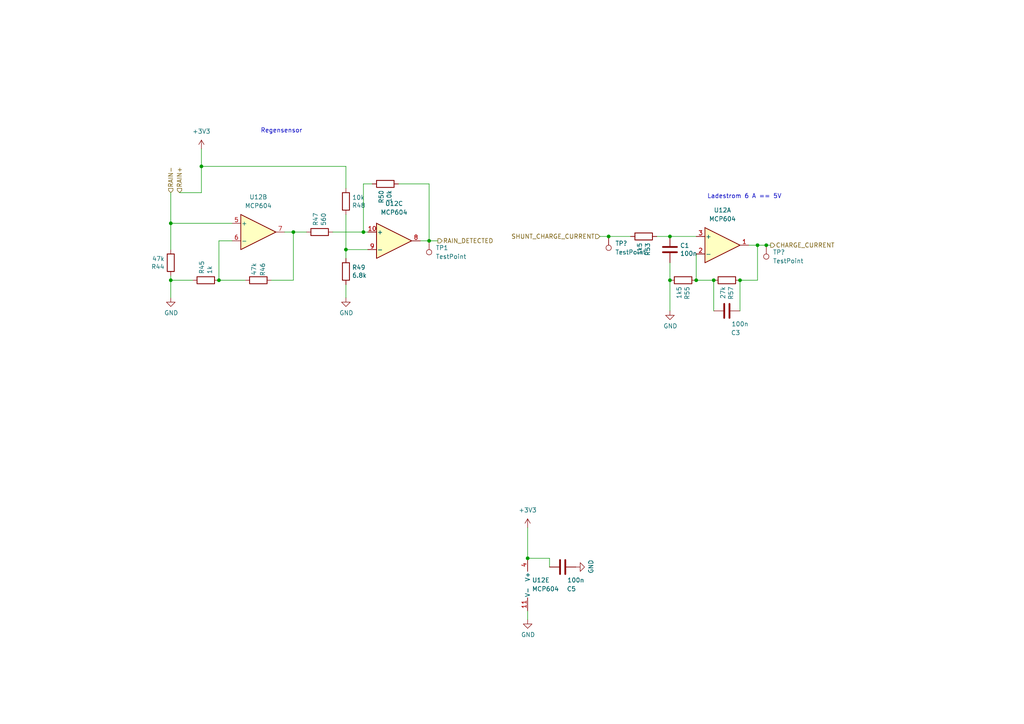
<source format=kicad_sch>
(kicad_sch (version 20211123) (generator eeschema)
  (paper "A4")
  (lib_symbols
    (symbol "Amplifier_Operational:MCP604" (pin_names (offset 0.127))
      (property "Reference" "U" (at 0 5.08 0))
      (property "Value" "MCP604" (at 0 -5.08 0))
      (symbol "MCP604_1_1"
        (polyline (pts (xy -5.08 5.08) (xy 5.08 0) (xy -5.08 -5.08) (xy -5.08 5.08)) (stroke (width 0.254)) (fill (type background)))
        (pin output line (at 7.62 0 180) (length 2.54) (name "~") (number "1"))
        (pin input line (at -7.62 -2.54 0) (length 2.54) (name "-") (number "2"))
        (pin input line (at -7.62 2.54 0) (length 2.54) (name "+") (number "3"))
      )
      (symbol "MCP604_2_1"
        (polyline (pts (xy -5.08 5.08) (xy 5.08 0) (xy -5.08 -5.08) (xy -5.08 5.08)) (stroke (width 0.254)) (fill (type background)))
        (pin input line (at -7.62 2.54 0) (length 2.54) (name "+") (number "5"))
        (pin input line (at -7.62 -2.54 0) (length 2.54) (name "-") (number "6"))
        (pin output line (at 7.62 0 180) (length 2.54) (name "~") (number "7"))
      )
      (symbol "MCP604_3_1"
        (polyline (pts (xy -5.08 5.08) (xy 5.08 0) (xy -5.08 -5.08) (xy -5.08 5.08)) (stroke (width 0.254)) (fill (type background)))
        (pin input line (at -7.62 2.54 0) (length 2.54) (name "+") (number "10"))
        (pin output line (at 7.62 0 180) (length 2.54) (name "~") (number "8"))
        (pin input line (at -7.62 -2.54 0) (length 2.54) (name "-") (number "9"))
      )
      (symbol "MCP604_4_1"
        (polyline (pts (xy -5.08 5.08) (xy 5.08 0) (xy -5.08 -5.08) (xy -5.08 5.08)) (stroke (width 0.254)) (fill (type background)))
        (pin input line (at -7.62 2.54 0) (length 2.54) (name "+") (number "12"))
        (pin input line (at -7.62 -2.54 0) (length 2.54) (name "-") (number "13"))
        (pin output line (at 7.62 0 180) (length 2.54) (name "~") (number "14"))
      )
      (symbol "MCP604_5_1"
        (pin power_in line (at -2.54 -7.62 90) (length 3.81) (name "V-") (number "11"))
        (pin power_in line (at -2.54 7.62 270) (length 3.81) (name "V+") (number "4"))
      )
    )
    (symbol "Connector:TestPoint" (pin_numbers hide) (pin_names (offset 0.762) hide)
      (property "Reference" "TP" (at 0 6.858 0))
      (property "Value" "TestPoint" (at 0 5.08 0))
      (symbol "TestPoint_0_1"
        (circle (center 0 3.302) (radius 0.762))
      )
      (symbol "TestPoint_1_1"
        (pin passive line (at 0 0 90) (length 2.54) (name "1") (number "1"))
      )
    )
    (symbol "Device:C" (pin_numbers hide) (pin_names (offset 0.254))
      (property "Reference" "C" (at 0.635 2.54 0))
      (property "Value" "C" (at 0.635 -2.54 0))
      (symbol "C_0_1"
        (polyline (pts (xy -2.032 -0.762) (xy 2.032 -0.762)) (stroke (width 0.508)))
        (polyline (pts (xy -2.032 0.762) (xy 2.032 0.762)) (stroke (width 0.508)))
      )
      (symbol "C_1_1"
        (pin passive line (at 0 3.81 270) (length 2.794) (name "~") (number "1"))
        (pin passive line (at 0 -3.81 90) (length 2.794) (name "~") (number "2"))
      )
    )
    (symbol "Device:R" (pin_numbers hide) (pin_names (offset 0))
      (property "Reference" "R" (at 2.032 0 90))
      (property "Value" "R" (at 0 0 90))
      (symbol "R_0_1"
        (rectangle (start -1.016 -2.54) (end 1.016 2.54) (stroke (width 0.254)))
      )
      (symbol "R_1_1"
        (pin passive line (at 0 3.81 270) (length 1.27) (name "~") (number "1"))
        (pin passive line (at 0 -3.81 90) (length 1.27) (name "~") (number "2"))
      )
    )
    (symbol "power:+3.3V" (power) (pin_names (offset 0))
      (property "Value" "+3.3V" (at 0 3.556 0))
      (symbol "+3.3V_0_1"
        (polyline (pts (xy -0.762 1.27) (xy 0 2.54)))
        (polyline (pts (xy 0 0) (xy 0 2.54)))
        (polyline (pts (xy 0 2.54) (xy 0.762 1.27)))
      )
      (symbol "+3.3V_1_1"
        (pin power_in line (at 0 0 90) (length 0) hide (name "+3V3") (number "1"))
      )
    )
    (symbol "power:GND" (power) (pin_names (offset 0))
      (property "Value" "GND" (at 0 -3.81 0))
      (symbol "GND_0_1"
        (polyline (pts (xy 0 0) (xy 0 -1.27) (xy 1.27 -1.27) (xy 0 -2.54) (xy -1.27 -1.27) (xy 0 -1.27)))
      )
      (symbol "GND_1_1"
        (pin power_in line (at 0 0 270) (length 0) hide (name "GND") (number "1"))
      )
    )
  )
  (junction (at 58.42 48.26))
  (junction (at 194.31 68.58))
  (junction (at 222.25 71.12))
  (junction (at 219.71 71.12))
  (junction (at 124.46 69.85))
  (junction (at 100.33 72.39))
  (junction (at 49.53 64.77))
  (junction (at 63.5 81.28))
  (junction (at 214.63 81.28))
  (junction (at 176.53 68.58))
  (junction (at 207.01 81.28))
  (junction (at 105.41 67.31))
  (junction (at 201.93 81.28))
  (junction (at 153.035 161.925))
  (junction (at 49.53 81.28))
  (junction (at 85.09 67.31))
  (junction (at 194.31 81.28))
  (wire (pts (xy 49.53 80.01) (xy 49.53 81.28)))
  (wire (pts (xy 194.31 68.58) (xy 201.93 68.58)))
  (wire (pts (xy 96.52 67.31) (xy 105.41 67.31)))
  (wire (pts (xy 55.88 81.28) (xy 49.53 81.28)))
  (wire (pts (xy 63.5 81.28) (xy 71.12 81.28)))
  (wire (pts (xy 153.035 161.925) (xy 159.385 161.925)))
  (wire (pts (xy 58.42 48.26) (xy 58.42 43.18)))
  (wire (pts (xy 127 69.85) (xy 124.46 69.85)))
  (wire (pts (xy 100.33 62.23) (xy 100.33 72.39)))
  (wire (pts (xy 217.17 71.12) (xy 219.71 71.12)))
  (wire (pts (xy 105.41 67.31) (xy 106.68 67.31)))
  (wire (pts (xy 67.31 64.77) (xy 49.53 64.77)))
  (wire (pts (xy 100.33 72.39) (xy 100.33 74.93)))
  (wire (pts (xy 201.93 81.28) (xy 201.93 73.66)))
  (wire (pts (xy 63.5 81.28) (xy 63.5 69.85)))
  (wire (pts (xy 214.63 90.17) (xy 214.63 81.28)))
  (wire (pts (xy 63.5 69.85) (xy 67.31 69.85)))
  (wire (pts (xy 190.5 68.58) (xy 194.31 68.58)))
  (wire (pts (xy 78.74 81.28) (xy 85.09 81.28)))
  (wire (pts (xy 100.33 86.36) (xy 100.33 82.55)))
  (wire (pts (xy 49.53 64.77) (xy 49.53 72.39)))
  (wire (pts (xy 115.57 53.34) (xy 124.46 53.34)))
  (wire (pts (xy 194.31 76.2) (xy 194.31 81.28)))
  (wire (pts (xy 85.09 67.31) (xy 88.9 67.31)))
  (wire (pts (xy 106.68 72.39) (xy 100.33 72.39)))
  (wire (pts (xy 85.09 81.28) (xy 85.09 67.31)))
  (wire (pts (xy 222.25 71.12) (xy 223.52 71.12)))
  (wire (pts (xy 207.01 81.28) (xy 201.93 81.28)))
  (wire (pts (xy 194.31 90.17) (xy 194.31 81.28)))
  (wire (pts (xy 105.41 53.34) (xy 105.41 67.31)))
  (wire (pts (xy 58.42 48.26) (xy 100.33 48.26)))
  (wire (pts (xy 124.46 69.85) (xy 121.92 69.85)))
  (wire (pts (xy 49.53 86.36) (xy 49.53 81.28)))
  (wire (pts (xy 52.07 55.88) (xy 58.42 55.88)))
  (wire (pts (xy 100.33 48.26) (xy 100.33 54.61)))
  (wire (pts (xy 82.55 67.31) (xy 85.09 67.31)))
  (wire (pts (xy 124.46 53.34) (xy 124.46 69.85)))
  (wire (pts (xy 153.035 153.035) (xy 153.035 161.925)))
  (wire (pts (xy 49.53 55.88) (xy 49.53 64.77)))
  (wire (pts (xy 219.71 71.12) (xy 222.25 71.12)))
  (wire (pts (xy 219.71 71.12) (xy 219.71 81.28)))
  (wire (pts (xy 105.41 53.34) (xy 107.95 53.34)))
  (wire (pts (xy 176.53 68.58) (xy 182.88 68.58)))
  (wire (pts (xy 58.42 55.88) (xy 58.42 48.26)))
  (wire (pts (xy 173.99 68.58) (xy 176.53 68.58)))
  (wire (pts (xy 153.035 179.705) (xy 153.035 177.165)))
  (wire (pts (xy 159.385 161.925) (xy 159.385 164.465)))
  (wire (pts (xy 219.71 81.28) (xy 214.63 81.28)))
  (wire (pts (xy 207.01 90.17) (xy 207.01 81.28)))
  (text "Ladestrom 6 A == 5V" (at 205.105 57.785 0) (effects (font (size 1.27 1.27)) (justify left bottom)))
  (text "Regensensor" (at 75.565 38.735 0) (effects (font (size 1.27 1.27)) (justify left bottom)))
  (hierarchical_label "CHARGE_CURRENT" (shape output) (at 223.52 71.12 0))
  (hierarchical_label "RAIN_DETECTED" (shape output) (at 127 69.85 0))
  (hierarchical_label "RAIN-" (shape input) (at 49.53 55.88 90))
  (hierarchical_label "RAIN+" (shape input) (at 52.07 55.88 90))
  (hierarchical_label "SHUNT_CHARGE_CURRENT" (shape input) (at 173.99 68.58 180))
  (symbol (lib_id "power:GND") (at 153.035 179.705 0) (unit 1)
    (property "Reference" "#PWR0152" (effects hide))
    (property "Value" "GND" (at 153.162 184.0992 0))
  )
  (symbol (lib_id "Device:C") (at 163.195 164.465 270) (unit 1)
    (property "Reference" "C5" (at 165.735 170.815 90))
    (property "Value" "100n" (at 167.005 168.275 90))
    (property "Footprint" "ene9ba_footprint:C050-025X075" (effects hide))
  )
  (symbol (lib_id "Amplifier_Operational:MCP604") (at 74.93 67.31 0) (unit 2)
    (property "Reference" "U12" (at 74.93 57.15 0))
    (property "Value" "MCP604" (at 74.93 59.69 0))
    (property "Footprint" "Package_SO:SOIC-14_3.9x8.7mm_P1.27mm" (effects hide))
    (property "Datasheet" "http://ww1.microchip.com/downloads/en/DeviceDoc/21314g.pdf" (effects hide))
  )
  (symbol (lib_id "Amplifier_Operational:MCP604") (at 209.55 71.12 0) (unit 1)
    (property "Reference" "U12" (at 209.55 60.96 0))
    (property "Value" "MCP604" (at 209.55 63.5 0))
    (property "Footprint" "Package_SO:SOIC-14_3.9x8.7mm_P1.27mm" (effects hide))
    (property "Datasheet" "http://ww1.microchip.com/downloads/en/DeviceDoc/21314g.pdf" (effects hide))
  )
  (symbol (lib_id "Connector:TestPoint") (at 222.25 71.12 180) (unit 1)
    (property "Reference" "TP?" (at 224.155 73.1519 0) (effects (justify right)))
    (property "Value" "TestPoint" (at 224.155 75.6919 0) (effects (justify right)))
  )
  (symbol (lib_id "Device:R") (at 100.33 78.74 0) (unit 1)
    (property "Reference" "R49" (at 102.108 77.5716 0) (effects (justify left)))
    (property "Value" "6.8k" (at 102.108 79.883 0) (effects (justify left)))
    (property "Footprint" "Resistor_THT:R_Axial_DIN0309_L9.0mm_D3.2mm_P12.70mm_Horizontal" (effects hide))
  )
  (symbol (lib_id "power:+3.3V") (at 58.42 43.18 0) (unit 1)
    (property "Reference" "#PWR0151" (effects hide))
    (property "Value" "+3.3V" (at 58.42 38.1 0))
  )
  (symbol (lib_id "Device:R") (at 92.71 67.31 90) (unit 1)
    (property "Reference" "R47" (at 91.5416 65.532 0) (effects (justify left)))
    (property "Value" "560" (at 93.853 65.532 0) (effects (justify left)))
    (property "Footprint" "Resistor_THT:R_Axial_DIN0309_L9.0mm_D3.2mm_P12.70mm_Horizontal" (effects hide))
  )
  (symbol (lib_id "Connector:TestPoint") (at 124.46 69.85 180) (unit 1)
    (property "Reference" "TP1" (at 126.365 71.8819 0) (effects (justify right)))
    (property "Value" "TestPoint" (at 126.365 74.4219 0) (effects (justify right)))
  )
  (symbol (lib_id "Device:C") (at 210.82 90.17 270) (unit 1)
    (property "Reference" "C3" (at 213.36 96.52 90))
    (property "Value" "100n" (at 214.63 93.98 90))
    (property "Footprint" "ene9ba_footprint:C050-025X075" (effects hide))
  )
  (symbol (lib_id "power:GND") (at 100.33 86.36 0) (unit 1)
    (property "Reference" "#PWR0150" (effects hide))
    (property "Value" "GND" (at 100.457 90.7542 0))
  )
  (symbol (lib_id "Amplifier_Operational:MCP604") (at 114.3 69.85 0) (unit 3)
    (property "Reference" "U12" (at 114.3 59.055 0))
    (property "Value" "MCP604" (at 114.3 61.595 0))
    (property "Footprint" "Package_SO:SOIC-14_3.9x8.7mm_P1.27mm" (effects hide))
    (property "Datasheet" "http://ww1.microchip.com/downloads/en/DeviceDoc/21314g.pdf" (effects hide))
  )
  (symbol (lib_id "Connector:TestPoint") (at 176.53 68.58 180) (unit 1)
    (property "Reference" "TP?" (at 178.435 70.6119 0) (effects (justify right)))
    (property "Value" "TestPoint" (at 178.435 73.1519 0) (effects (justify right)))
  )
  (symbol (lib_id "Device:C") (at 194.31 72.39 0) (unit 1)
    (property "Reference" "C1" (at 197.231 71.2216 0) (effects (justify left)))
    (property "Value" "100n" (at 197.231 73.533 0) (effects (justify left)))
    (property "Footprint" "ene9ba_footprint:C050-025X075" (effects hide))
  )
  (symbol (lib_id "Amplifier_Operational:MCP604") (at 155.575 169.545 0) (unit 5)
    (property "Reference" "U12" (at 154.305 168.2749 0) (effects (justify left)))
    (property "Value" "MCP604" (at 154.305 170.8149 0) (effects (justify left)))
    (property "Footprint" "Package_SO:SOIC-14_3.9x8.7mm_P1.27mm" (effects hide))
    (property "Datasheet" "http://ww1.microchip.com/downloads/en/DeviceDoc/21314g.pdf" (effects hide))
  )
  (symbol (lib_id "Device:R") (at 186.69 68.58 270) (unit 1)
    (property "Reference" "R53" (at 187.8584 70.358 0) (effects (justify left)))
    (property "Value" "1k5" (at 185.547 70.358 0) (effects (justify left)))
    (property "Footprint" "Resistor_THT:R_Axial_DIN0309_L9.0mm_D3.2mm_P12.70mm_Horizontal" (effects hide))
  )
  (symbol (lib_id "Device:R") (at 100.33 58.42 0) (mirror x) (unit 1)
    (property "Reference" "R48" (at 102.108 59.5884 0) (effects (justify left)))
    (property "Value" "10k" (at 102.108 57.277 0) (effects (justify left)))
    (property "Footprint" "Resistor_THT:R_Axial_DIN0309_L9.0mm_D3.2mm_P12.70mm_Horizontal" (effects hide))
  )
  (symbol (lib_id "Device:R") (at 49.53 76.2 180) (unit 1)
    (property "Reference" "R44" (at 47.752 77.3684 0) (effects (justify left)))
    (property "Value" "47k" (at 47.752 75.057 0) (effects (justify left)))
    (property "Footprint" "Resistor_THT:R_Axial_DIN0309_L9.0mm_D3.2mm_P12.70mm_Horizontal" (effects hide))
  )
  (symbol (lib_id "power:+3.3V") (at 153.035 153.035 0) (unit 1)
    (property "Reference" "#PWR0147" (effects hide))
    (property "Value" "+3.3V" (at 153.035 147.955 0))
  )
  (symbol (lib_id "power:GND") (at 194.31 90.17 0) (unit 1)
    (property "Reference" "#PWR0148" (effects hide))
    (property "Value" "GND" (at 194.437 94.5642 0))
  )
  (symbol (lib_id "Device:R") (at 74.93 81.28 270) (unit 1)
    (property "Reference" "R46" (at 76.2 76.2 0) (effects (justify left)))
    (property "Value" "47k" (at 73.66 76.2 0) (effects (justify left)))
    (property "Footprint" "Resistor_THT:R_Axial_DIN0309_L9.0mm_D3.2mm_P12.70mm_Horizontal" (effects hide))
  )
  (symbol (lib_id "Device:R") (at 111.76 53.34 90) (mirror x) (unit 1)
    (property "Reference" "R50" (at 110.5916 55.118 0) (effects (justify left)))
    (property "Value" "10k" (at 112.903 55.118 0) (effects (justify left)))
    (property "Footprint" "Resistor_THT:R_Axial_DIN0309_L9.0mm_D3.2mm_P12.70mm_Horizontal" (effects hide))
  )
  (symbol (lib_id "Device:R") (at 59.69 81.28 90) (unit 1)
    (property "Reference" "R45" (at 58.5216 79.502 0) (effects (justify left)))
    (property "Value" "1k" (at 60.833 79.502 0) (effects (justify left)))
    (property "Footprint" "Resistor_THT:R_Axial_DIN0309_L9.0mm_D3.2mm_P12.70mm_Horizontal" (effects hide))
  )
  (symbol (lib_id "Device:R") (at 210.82 81.28 270) (unit 1)
    (property "Reference" "R57" (at 211.9884 83.058 0) (effects (justify left)))
    (property "Value" "27k" (at 209.677 83.058 0) (effects (justify left)))
    (property "Footprint" "Resistor_THT:R_Axial_DIN0309_L9.0mm_D3.2mm_P12.70mm_Horizontal" (effects hide))
  )
  (symbol (lib_id "power:GND") (at 49.53 86.36 0) (unit 1)
    (property "Reference" "#PWR0149" (effects hide))
    (property "Value" "GND" (at 49.657 90.7542 0))
  )
  (symbol (lib_id "power:GND") (at 167.005 164.465 90) (unit 1)
    (property "Reference" "#PWR0155" (effects hide))
    (property "Value" "GND" (at 171.3992 164.338 0))
  )
  (symbol (lib_id "Device:R") (at 198.12 81.28 270) (unit 1)
    (property "Reference" "R55" (at 199.2884 83.058 0) (effects (justify left)))
    (property "Value" "1k5" (at 196.977 83.058 0) (effects (justify left)))
    (property "Footprint" "Resistor_THT:R_Axial_DIN0309_L9.0mm_D3.2mm_P12.70mm_Horizontal" (effects hide))
  )
)
</source>
